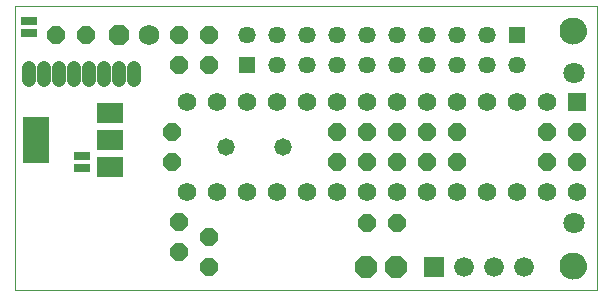
<source format=gbs>
G75*
%MOIN*%
%OFA0B0*%
%FSLAX25Y25*%
%IPPOS*%
%LPD*%
%AMOC8*
5,1,8,0,0,1.08239X$1,22.5*
%
%ADD10C,0.00000*%
%ADD11OC8,0.05800*%
%ADD12C,0.05800*%
%ADD13R,0.06200X0.06200*%
%ADD14C,0.06200*%
%ADD15OC8,0.07200*%
%ADD16OC8,0.06900*%
%ADD17C,0.06900*%
%ADD18R,0.05600X0.03100*%
%ADD19C,0.07096*%
%ADD20R,0.06600X0.06600*%
%ADD21C,0.06600*%
%ADD22R,0.08500X0.06500*%
%ADD23R,0.08500X0.15600*%
%ADD24C,0.04600*%
%ADD25C,0.08868*%
%ADD26C,0.09055*%
%ADD27R,0.05750X0.05750*%
%ADD28C,0.05750*%
D10*
X0013381Y0008000D02*
X0013381Y0102488D01*
X0207431Y0102488D01*
X0207431Y0008000D01*
X0013381Y0008000D01*
X0195547Y0016000D02*
X0195549Y0016128D01*
X0195555Y0016256D01*
X0195565Y0016383D01*
X0195579Y0016511D01*
X0195596Y0016637D01*
X0195618Y0016763D01*
X0195644Y0016889D01*
X0195673Y0017013D01*
X0195706Y0017137D01*
X0195743Y0017259D01*
X0195784Y0017380D01*
X0195829Y0017500D01*
X0195877Y0017619D01*
X0195929Y0017736D01*
X0195985Y0017851D01*
X0196044Y0017965D01*
X0196106Y0018076D01*
X0196172Y0018186D01*
X0196241Y0018293D01*
X0196314Y0018399D01*
X0196390Y0018502D01*
X0196469Y0018602D01*
X0196551Y0018701D01*
X0196636Y0018796D01*
X0196724Y0018889D01*
X0196815Y0018979D01*
X0196908Y0019066D01*
X0197005Y0019151D01*
X0197103Y0019232D01*
X0197205Y0019310D01*
X0197308Y0019385D01*
X0197414Y0019457D01*
X0197522Y0019526D01*
X0197632Y0019591D01*
X0197745Y0019652D01*
X0197859Y0019711D01*
X0197974Y0019765D01*
X0198092Y0019816D01*
X0198210Y0019864D01*
X0198331Y0019907D01*
X0198452Y0019947D01*
X0198575Y0019983D01*
X0198699Y0020016D01*
X0198824Y0020044D01*
X0198949Y0020069D01*
X0199075Y0020089D01*
X0199202Y0020106D01*
X0199330Y0020119D01*
X0199457Y0020128D01*
X0199585Y0020133D01*
X0199713Y0020134D01*
X0199841Y0020131D01*
X0199969Y0020124D01*
X0200096Y0020113D01*
X0200223Y0020098D01*
X0200350Y0020080D01*
X0200476Y0020057D01*
X0200601Y0020030D01*
X0200725Y0020000D01*
X0200848Y0019966D01*
X0200971Y0019928D01*
X0201092Y0019886D01*
X0201211Y0019840D01*
X0201329Y0019791D01*
X0201446Y0019738D01*
X0201561Y0019682D01*
X0201674Y0019622D01*
X0201785Y0019559D01*
X0201894Y0019492D01*
X0202001Y0019422D01*
X0202106Y0019348D01*
X0202208Y0019272D01*
X0202308Y0019192D01*
X0202406Y0019109D01*
X0202501Y0019023D01*
X0202593Y0018934D01*
X0202682Y0018843D01*
X0202769Y0018749D01*
X0202852Y0018652D01*
X0202933Y0018552D01*
X0203010Y0018451D01*
X0203085Y0018346D01*
X0203156Y0018240D01*
X0203223Y0018131D01*
X0203288Y0018021D01*
X0203348Y0017908D01*
X0203406Y0017794D01*
X0203459Y0017678D01*
X0203509Y0017560D01*
X0203556Y0017441D01*
X0203599Y0017320D01*
X0203638Y0017198D01*
X0203673Y0017075D01*
X0203704Y0016951D01*
X0203732Y0016826D01*
X0203755Y0016700D01*
X0203775Y0016574D01*
X0203791Y0016447D01*
X0203803Y0016320D01*
X0203811Y0016192D01*
X0203815Y0016064D01*
X0203815Y0015936D01*
X0203811Y0015808D01*
X0203803Y0015680D01*
X0203791Y0015553D01*
X0203775Y0015426D01*
X0203755Y0015300D01*
X0203732Y0015174D01*
X0203704Y0015049D01*
X0203673Y0014925D01*
X0203638Y0014802D01*
X0203599Y0014680D01*
X0203556Y0014559D01*
X0203509Y0014440D01*
X0203459Y0014322D01*
X0203406Y0014206D01*
X0203348Y0014092D01*
X0203288Y0013979D01*
X0203223Y0013869D01*
X0203156Y0013760D01*
X0203085Y0013654D01*
X0203010Y0013549D01*
X0202933Y0013448D01*
X0202852Y0013348D01*
X0202769Y0013251D01*
X0202682Y0013157D01*
X0202593Y0013066D01*
X0202501Y0012977D01*
X0202406Y0012891D01*
X0202308Y0012808D01*
X0202208Y0012728D01*
X0202106Y0012652D01*
X0202001Y0012578D01*
X0201894Y0012508D01*
X0201785Y0012441D01*
X0201674Y0012378D01*
X0201561Y0012318D01*
X0201446Y0012262D01*
X0201329Y0012209D01*
X0201211Y0012160D01*
X0201092Y0012114D01*
X0200971Y0012072D01*
X0200848Y0012034D01*
X0200725Y0012000D01*
X0200601Y0011970D01*
X0200476Y0011943D01*
X0200350Y0011920D01*
X0200223Y0011902D01*
X0200096Y0011887D01*
X0199969Y0011876D01*
X0199841Y0011869D01*
X0199713Y0011866D01*
X0199585Y0011867D01*
X0199457Y0011872D01*
X0199330Y0011881D01*
X0199202Y0011894D01*
X0199075Y0011911D01*
X0198949Y0011931D01*
X0198824Y0011956D01*
X0198699Y0011984D01*
X0198575Y0012017D01*
X0198452Y0012053D01*
X0198331Y0012093D01*
X0198210Y0012136D01*
X0198092Y0012184D01*
X0197974Y0012235D01*
X0197859Y0012289D01*
X0197745Y0012348D01*
X0197632Y0012409D01*
X0197522Y0012474D01*
X0197414Y0012543D01*
X0197308Y0012615D01*
X0197205Y0012690D01*
X0197103Y0012768D01*
X0197005Y0012849D01*
X0196908Y0012934D01*
X0196815Y0013021D01*
X0196724Y0013111D01*
X0196636Y0013204D01*
X0196551Y0013299D01*
X0196469Y0013398D01*
X0196390Y0013498D01*
X0196314Y0013601D01*
X0196241Y0013707D01*
X0196172Y0013814D01*
X0196106Y0013924D01*
X0196044Y0014035D01*
X0195985Y0014149D01*
X0195929Y0014264D01*
X0195877Y0014381D01*
X0195829Y0014500D01*
X0195784Y0014620D01*
X0195743Y0014741D01*
X0195706Y0014863D01*
X0195673Y0014987D01*
X0195644Y0015111D01*
X0195618Y0015237D01*
X0195596Y0015363D01*
X0195579Y0015489D01*
X0195565Y0015617D01*
X0195555Y0015744D01*
X0195549Y0015872D01*
X0195547Y0016000D01*
X0195547Y0094400D02*
X0195549Y0094528D01*
X0195555Y0094656D01*
X0195565Y0094783D01*
X0195579Y0094911D01*
X0195596Y0095037D01*
X0195618Y0095163D01*
X0195644Y0095289D01*
X0195673Y0095413D01*
X0195706Y0095537D01*
X0195743Y0095659D01*
X0195784Y0095780D01*
X0195829Y0095900D01*
X0195877Y0096019D01*
X0195929Y0096136D01*
X0195985Y0096251D01*
X0196044Y0096365D01*
X0196106Y0096476D01*
X0196172Y0096586D01*
X0196241Y0096693D01*
X0196314Y0096799D01*
X0196390Y0096902D01*
X0196469Y0097002D01*
X0196551Y0097101D01*
X0196636Y0097196D01*
X0196724Y0097289D01*
X0196815Y0097379D01*
X0196908Y0097466D01*
X0197005Y0097551D01*
X0197103Y0097632D01*
X0197205Y0097710D01*
X0197308Y0097785D01*
X0197414Y0097857D01*
X0197522Y0097926D01*
X0197632Y0097991D01*
X0197745Y0098052D01*
X0197859Y0098111D01*
X0197974Y0098165D01*
X0198092Y0098216D01*
X0198210Y0098264D01*
X0198331Y0098307D01*
X0198452Y0098347D01*
X0198575Y0098383D01*
X0198699Y0098416D01*
X0198824Y0098444D01*
X0198949Y0098469D01*
X0199075Y0098489D01*
X0199202Y0098506D01*
X0199330Y0098519D01*
X0199457Y0098528D01*
X0199585Y0098533D01*
X0199713Y0098534D01*
X0199841Y0098531D01*
X0199969Y0098524D01*
X0200096Y0098513D01*
X0200223Y0098498D01*
X0200350Y0098480D01*
X0200476Y0098457D01*
X0200601Y0098430D01*
X0200725Y0098400D01*
X0200848Y0098366D01*
X0200971Y0098328D01*
X0201092Y0098286D01*
X0201211Y0098240D01*
X0201329Y0098191D01*
X0201446Y0098138D01*
X0201561Y0098082D01*
X0201674Y0098022D01*
X0201785Y0097959D01*
X0201894Y0097892D01*
X0202001Y0097822D01*
X0202106Y0097748D01*
X0202208Y0097672D01*
X0202308Y0097592D01*
X0202406Y0097509D01*
X0202501Y0097423D01*
X0202593Y0097334D01*
X0202682Y0097243D01*
X0202769Y0097149D01*
X0202852Y0097052D01*
X0202933Y0096952D01*
X0203010Y0096851D01*
X0203085Y0096746D01*
X0203156Y0096640D01*
X0203223Y0096531D01*
X0203288Y0096421D01*
X0203348Y0096308D01*
X0203406Y0096194D01*
X0203459Y0096078D01*
X0203509Y0095960D01*
X0203556Y0095841D01*
X0203599Y0095720D01*
X0203638Y0095598D01*
X0203673Y0095475D01*
X0203704Y0095351D01*
X0203732Y0095226D01*
X0203755Y0095100D01*
X0203775Y0094974D01*
X0203791Y0094847D01*
X0203803Y0094720D01*
X0203811Y0094592D01*
X0203815Y0094464D01*
X0203815Y0094336D01*
X0203811Y0094208D01*
X0203803Y0094080D01*
X0203791Y0093953D01*
X0203775Y0093826D01*
X0203755Y0093700D01*
X0203732Y0093574D01*
X0203704Y0093449D01*
X0203673Y0093325D01*
X0203638Y0093202D01*
X0203599Y0093080D01*
X0203556Y0092959D01*
X0203509Y0092840D01*
X0203459Y0092722D01*
X0203406Y0092606D01*
X0203348Y0092492D01*
X0203288Y0092379D01*
X0203223Y0092269D01*
X0203156Y0092160D01*
X0203085Y0092054D01*
X0203010Y0091949D01*
X0202933Y0091848D01*
X0202852Y0091748D01*
X0202769Y0091651D01*
X0202682Y0091557D01*
X0202593Y0091466D01*
X0202501Y0091377D01*
X0202406Y0091291D01*
X0202308Y0091208D01*
X0202208Y0091128D01*
X0202106Y0091052D01*
X0202001Y0090978D01*
X0201894Y0090908D01*
X0201785Y0090841D01*
X0201674Y0090778D01*
X0201561Y0090718D01*
X0201446Y0090662D01*
X0201329Y0090609D01*
X0201211Y0090560D01*
X0201092Y0090514D01*
X0200971Y0090472D01*
X0200848Y0090434D01*
X0200725Y0090400D01*
X0200601Y0090370D01*
X0200476Y0090343D01*
X0200350Y0090320D01*
X0200223Y0090302D01*
X0200096Y0090287D01*
X0199969Y0090276D01*
X0199841Y0090269D01*
X0199713Y0090266D01*
X0199585Y0090267D01*
X0199457Y0090272D01*
X0199330Y0090281D01*
X0199202Y0090294D01*
X0199075Y0090311D01*
X0198949Y0090331D01*
X0198824Y0090356D01*
X0198699Y0090384D01*
X0198575Y0090417D01*
X0198452Y0090453D01*
X0198331Y0090493D01*
X0198210Y0090536D01*
X0198092Y0090584D01*
X0197974Y0090635D01*
X0197859Y0090689D01*
X0197745Y0090748D01*
X0197632Y0090809D01*
X0197522Y0090874D01*
X0197414Y0090943D01*
X0197308Y0091015D01*
X0197205Y0091090D01*
X0197103Y0091168D01*
X0197005Y0091249D01*
X0196908Y0091334D01*
X0196815Y0091421D01*
X0196724Y0091511D01*
X0196636Y0091604D01*
X0196551Y0091699D01*
X0196469Y0091798D01*
X0196390Y0091898D01*
X0196314Y0092001D01*
X0196241Y0092107D01*
X0196172Y0092214D01*
X0196106Y0092324D01*
X0196044Y0092435D01*
X0195985Y0092549D01*
X0195929Y0092664D01*
X0195877Y0092781D01*
X0195829Y0092900D01*
X0195784Y0093020D01*
X0195743Y0093141D01*
X0195706Y0093263D01*
X0195673Y0093387D01*
X0195644Y0093511D01*
X0195618Y0093637D01*
X0195596Y0093763D01*
X0195579Y0093889D01*
X0195565Y0094017D01*
X0195555Y0094144D01*
X0195549Y0094272D01*
X0195547Y0094400D01*
D11*
X0190781Y0060500D03*
X0200781Y0060500D03*
X0200781Y0050500D03*
X0190781Y0050500D03*
X0160781Y0050500D03*
X0150881Y0050600D03*
X0140781Y0050500D03*
X0130781Y0050500D03*
X0120781Y0050500D03*
X0120781Y0060500D03*
X0130781Y0060500D03*
X0140781Y0060500D03*
X0150881Y0060600D03*
X0160781Y0060500D03*
X0140881Y0030400D03*
X0130881Y0030400D03*
X0078281Y0025500D03*
X0068281Y0030500D03*
X0068281Y0020500D03*
X0078281Y0015500D03*
X0065781Y0050500D03*
X0065781Y0060500D03*
X0068281Y0083000D03*
X0078281Y0083000D03*
X0078281Y0093000D03*
X0068281Y0093000D03*
X0037081Y0092900D03*
X0027081Y0092900D03*
D12*
X0083781Y0055500D03*
X0102781Y0055500D03*
D13*
X0200781Y0070500D03*
D14*
X0190781Y0070500D03*
X0180781Y0070500D03*
X0170781Y0070500D03*
X0160781Y0070500D03*
X0150781Y0070500D03*
X0140781Y0070500D03*
X0130781Y0070500D03*
X0120781Y0070500D03*
X0110781Y0070500D03*
X0100781Y0070500D03*
X0090781Y0070500D03*
X0080781Y0070500D03*
X0070781Y0070500D03*
X0070781Y0040500D03*
X0080781Y0040500D03*
X0090781Y0040500D03*
X0100781Y0040500D03*
X0110781Y0040500D03*
X0120781Y0040500D03*
X0130781Y0040500D03*
X0140781Y0040500D03*
X0150781Y0040500D03*
X0160781Y0040500D03*
X0170781Y0040500D03*
X0180781Y0040500D03*
X0190781Y0040500D03*
X0200781Y0040500D03*
D15*
X0140681Y0015550D03*
X0130681Y0015550D03*
D16*
X0048281Y0093000D03*
D17*
X0058281Y0093000D03*
D18*
X0018281Y0093628D03*
X0018281Y0097572D03*
X0035781Y0052472D03*
X0035781Y0048528D03*
D19*
X0199715Y0030300D03*
X0199715Y0080300D03*
D20*
X0153281Y0015500D03*
D21*
X0163281Y0015500D03*
X0173281Y0015500D03*
X0183281Y0015500D03*
D22*
X0045181Y0048900D03*
X0045181Y0057900D03*
X0045181Y0066900D03*
D23*
X0020381Y0058000D03*
D24*
X0018281Y0078000D02*
X0018281Y0082000D01*
X0023281Y0082000D02*
X0023281Y0078000D01*
X0028281Y0078000D02*
X0028281Y0082000D01*
X0033281Y0082000D02*
X0033281Y0078000D01*
X0038281Y0078000D02*
X0038281Y0082000D01*
X0043281Y0082000D02*
X0043281Y0078000D01*
X0048281Y0078000D02*
X0048281Y0082000D01*
X0053281Y0082000D02*
X0053281Y0078000D01*
D25*
X0199681Y0094400D03*
X0199681Y0016000D03*
D26*
X0199681Y0016000D03*
X0199681Y0094400D03*
D27*
X0180781Y0093000D03*
X0090781Y0083000D03*
D28*
X0100781Y0083000D03*
X0110781Y0083000D03*
X0120781Y0083000D03*
X0130781Y0083000D03*
X0140781Y0083000D03*
X0150781Y0083000D03*
X0160781Y0083000D03*
X0170781Y0083000D03*
X0180781Y0083000D03*
X0170781Y0093000D03*
X0160781Y0093000D03*
X0150781Y0093000D03*
X0140781Y0093000D03*
X0130781Y0093000D03*
X0120781Y0093000D03*
X0110781Y0093000D03*
X0100781Y0093000D03*
X0090781Y0093000D03*
M02*

</source>
